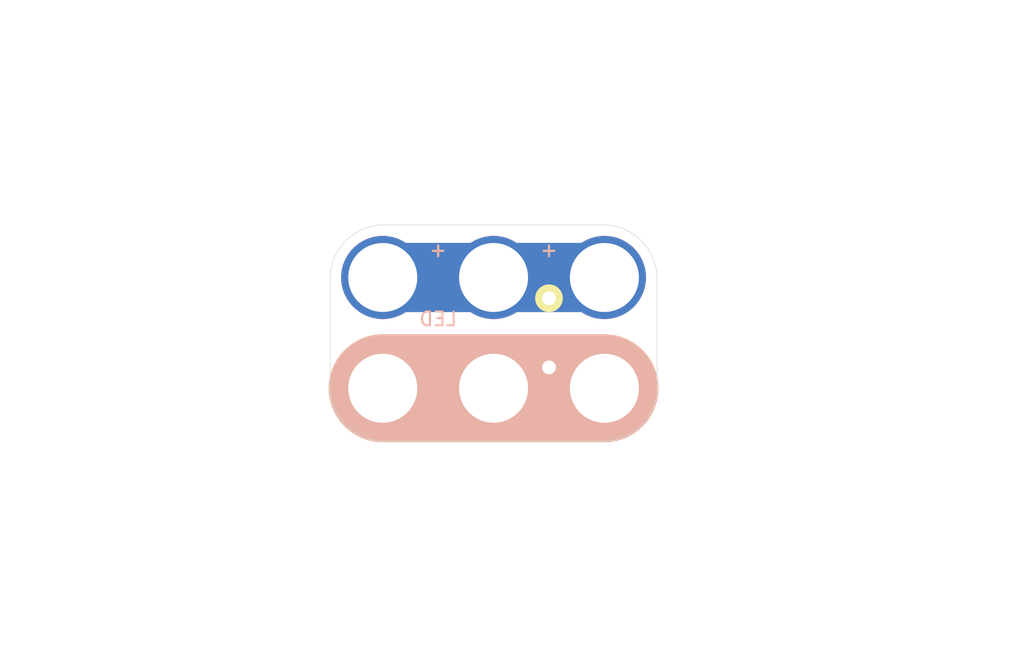
<source format=kicad_pcb>
(kicad_pcb (version 4) (host pcbnew 4.0.4+e1-6308~48~ubuntu16.04.1-stable)

  (general
    (links 0)
    (no_connects 0)
    (area 104.572999 74.854999 178.510001 123.265001)
    (thickness 1.6)
    (drawings 17)
    (tracks 0)
    (zones 0)
    (modules 1)
    (nets 1)
  )

  (page USLetter)
  (title_block
    (title "2x3 Magnet-friendly LED Module")
    (date "December 15, 2016")
    (rev 1.0)
    (company "All rights reserved.")
    (comment 1 help@browndoggadgets.com)
    (comment 2 http://browndoggadgets.com/)
    (comment 3 "Brown Dog Gadgets")
  )

  (layers
    (0 F.Cu signal)
    (31 B.Cu signal)
    (34 B.Paste user)
    (35 F.Paste user)
    (36 B.SilkS user)
    (37 F.SilkS user)
    (38 B.Mask user)
    (39 F.Mask user)
    (44 Edge.Cuts user)
    (46 B.CrtYd user)
    (47 F.CrtYd user)
    (48 B.Fab user)
    (49 F.Fab user)
  )

  (setup
    (last_trace_width 0.254)
    (user_trace_width 0.1524)
    (user_trace_width 0.254)
    (user_trace_width 0.3302)
    (user_trace_width 0.508)
    (user_trace_width 0.762)
    (user_trace_width 1.27)
    (trace_clearance 0.254)
    (zone_clearance 0.508)
    (zone_45_only no)
    (trace_min 0.1524)
    (segment_width 0.1524)
    (edge_width 0.1524)
    (via_size 0.6858)
    (via_drill 0.3302)
    (via_min_size 0.6858)
    (via_min_drill 0.3302)
    (user_via 0.6858 0.3302)
    (user_via 0.762 0.4064)
    (user_via 0.8636 0.508)
    (uvia_size 0.6858)
    (uvia_drill 0.3302)
    (uvias_allowed no)
    (uvia_min_size 0)
    (uvia_min_drill 0)
    (pcb_text_width 0.1524)
    (pcb_text_size 1.016 1.016)
    (mod_edge_width 0.1524)
    (mod_text_size 1.016 1.016)
    (mod_text_width 0.1524)
    (pad_size 1.524 1.524)
    (pad_drill 0.762)
    (pad_to_mask_clearance 0.0762)
    (solder_mask_min_width 0.1016)
    (pad_to_paste_clearance -0.0762)
    (aux_axis_origin 0 0)
    (visible_elements FFFEDF7D)
    (pcbplotparams
      (layerselection 0x310fc_80000001)
      (usegerberextensions true)
      (excludeedgelayer true)
      (linewidth 0.100000)
      (plotframeref false)
      (viasonmask false)
      (mode 1)
      (useauxorigin false)
      (hpglpennumber 1)
      (hpglpenspeed 20)
      (hpglpendiameter 15)
      (hpglpenoverlay 2)
      (psnegative false)
      (psa4output false)
      (plotreference true)
      (plotvalue true)
      (plotinvisibletext false)
      (padsonsilk false)
      (subtractmaskfromsilk false)
      (outputformat 1)
      (mirror false)
      (drillshape 0)
      (scaleselection 1)
      (outputdirectory gerbers))
  )

  (net 0 "")

  (net_class Default "This is the default net class."
    (clearance 0.254)
    (trace_width 0.254)
    (via_dia 0.6858)
    (via_drill 0.3302)
    (uvia_dia 0.6858)
    (uvia_drill 0.3302)
  )

  (module Rewire_Circuits:LED-10MMD-5MMP-TH-2x3 (layer F.Cu) (tedit 58531CB3) (tstamp 585371CE)
    (at 140.2 102.9)
    (descr "10mm LED 5mm pitch through hole center polarized")
    (fp_text reference LED (at -4 -5 180) (layer B.SilkS)
      (effects (font (size 1 1) (thickness 0.15)) (justify mirror))
    )
    (fp_text value Val** (at 4 -4) (layer F.Fab) hide
      (effects (font (size 1 1) (thickness 0.15)))
    )
    (fp_circle (center 4 -4) (end 8 1) (layer F.Fab) (width 0.04064))
    (fp_text user %R (at 0 -3.99) (layer F.Fab)
      (effects (font (size 1 1) (thickness 0.15)))
    )
    (fp_line (start 8 -8) (end -8 -8) (layer B.Mask) (width 5))
    (fp_line (start -8 0) (end 8 0) (layer F.SilkS) (width 7.8))
    (fp_text user + (at 4 -10) (layer F.SilkS)
      (effects (font (size 1 1) (thickness 0.15)))
    )
    (fp_text user + (at 4 -10) (layer B.SilkS)
      (effects (font (size 1 1) (thickness 0.15)) (justify mirror))
    )
    (fp_text user - (at 4 3) (layer F.SilkS)
      (effects (font (size 1 1) (thickness 0.15)))
    )
    (fp_line (start 8 -8) (end -8 -8) (layer B.Cu) (width 5))
    (fp_line (start 8 0) (end -8 0) (layer B.Mask) (width 5))
    (fp_line (start 8 0) (end -8 0) (layer B.Cu) (width 5))
    (fp_line (start 7.9 -11.8) (end -7.9 -11.8) (layer F.Fab) (width 0.04064))
    (fp_line (start 7.9 3.8) (end -7.9 3.8) (layer F.Fab) (width 0.04064))
    (fp_line (start 11.8 -0.1) (end 11.8 -7.9) (layer F.Fab) (width 0.04064))
    (fp_line (start -11.8 -0.1) (end -11.8 -7.9) (layer F.Fab) (width 0.04064))
    (fp_arc (start 7.9 -7.9) (end 7.9 -11.8) (angle 90) (layer F.Fab) (width 0.04064))
    (fp_arc (start 7.9 -0.1) (end 11.8 -0.1) (angle 90) (layer F.Fab) (width 0.04064))
    (fp_arc (start -7.9 -0.1) (end -7.9 3.8) (angle 90) (layer F.Fab) (width 0.04064))
    (fp_arc (start -7.9 -7.9) (end -11.8 -7.9) (angle 90) (layer F.Fab) (width 0.04064))
    (fp_line (start 7.9 -11.8) (end -7.9 -11.8) (layer Edge.Cuts) (width 0.04064))
    (fp_line (start 7.9 3.8) (end -7.9 3.8) (layer Edge.Cuts) (width 0.04064))
    (fp_line (start 11.8 -0.1) (end 11.8 -7.9) (layer Edge.Cuts) (width 0.04064))
    (fp_line (start -11.8 -0.1) (end -11.8 -7.9) (layer Edge.Cuts) (width 0.04064))
    (fp_arc (start 7.9 -7.9) (end 7.9 -11.8) (angle 90) (layer Edge.Cuts) (width 0.04064))
    (fp_arc (start 7.9 -0.1) (end 11.8 -0.1) (angle 90) (layer Edge.Cuts) (width 0.04064))
    (fp_arc (start -7.9 -0.1) (end -7.9 3.8) (angle 90) (layer Edge.Cuts) (width 0.04064))
    (fp_arc (start -7.9 -7.9) (end -11.8 -7.9) (angle 90) (layer Edge.Cuts) (width 0.04064))
    (fp_line (start -8 0) (end 8 0) (layer B.SilkS) (width 7.8))
    (fp_text user + (at -4 -10) (layer F.SilkS)
      (effects (font (size 1 1) (thickness 0.15)))
    )
    (fp_text user + (at -4 -10) (layer B.SilkS)
      (effects (font (size 1 1) (thickness 0.15)) (justify mirror))
    )
    (fp_text user + (at 4 -10) (layer F.Fab)
      (effects (font (size 1 1) (thickness 0.15)))
    )
    (fp_text user - (at 4 2) (layer F.Fab)
      (effects (font (size 1 1) (thickness 0.15)))
    )
    (pad + thru_hole circle (at 4 -6.5) (size 2 2) (drill 1.00076) (layers *.Cu *.Mask F.SilkS))
    (pad - thru_hole circle (at 4 -1.5 270) (size 1.9 1.9) (drill 1.00076) (layers *.Cu *.Mask F.SilkS))
    (pad - thru_hole circle (at -8 0) (size 6 6) (drill 4.98) (layers *.Cu *.Mask))
    (pad + thru_hole circle (at -8 -8) (size 6 6) (drill 4.98) (layers *.Cu *.Mask))
    (pad + thru_hole circle (at 8 -8) (size 6 6) (drill 4.98) (layers *.Cu *.Mask))
    (pad - thru_hole circle (at 8 0) (size 6 6) (drill 4.98) (layers *.Cu *.Mask))
    (pad + thru_hole circle (at 0 -8) (size 6 6) (drill 4.98) (layers *.Cu *.Mask))
    (pad - thru_hole circle (at 0 0) (size 6 6) (drill 4.98) (layers *.Cu *.Mask))
  )

  (gr_circle (center 117.348 76.962) (end 118.618 76.962) (layer Dwgs.User) (width 0.15))
  (gr_line (start 114.427 78.994) (end 114.427 74.93) (angle 90) (layer Dwgs.User) (width 0.15))
  (gr_line (start 120.269 78.994) (end 114.427 78.994) (angle 90) (layer Dwgs.User) (width 0.15))
  (gr_line (start 120.269 74.93) (end 120.269 78.994) (angle 90) (layer Dwgs.User) (width 0.15))
  (gr_line (start 114.427 74.93) (end 120.269 74.93) (angle 90) (layer Dwgs.User) (width 0.15))
  (gr_line (start 120.523 93.98) (end 104.648 93.98) (angle 90) (layer Dwgs.User) (width 0.15))
  (gr_line (start 173.355 102.235) (end 173.355 94.615) (angle 90) (layer Dwgs.User) (width 0.15))
  (gr_line (start 178.435 102.235) (end 173.355 102.235) (angle 90) (layer Dwgs.User) (width 0.15))
  (gr_line (start 178.435 94.615) (end 178.435 102.235) (angle 90) (layer Dwgs.User) (width 0.15))
  (gr_line (start 173.355 94.615) (end 178.435 94.615) (angle 90) (layer Dwgs.User) (width 0.15))
  (gr_line (start 109.093 123.19) (end 109.093 114.3) (angle 90) (layer Dwgs.User) (width 0.15))
  (gr_line (start 122.428 123.19) (end 109.093 123.19) (angle 90) (layer Dwgs.User) (width 0.15))
  (gr_line (start 122.428 114.3) (end 122.428 123.19) (angle 90) (layer Dwgs.User) (width 0.15))
  (gr_line (start 109.093 114.3) (end 122.428 114.3) (angle 90) (layer Dwgs.User) (width 0.15))
  (gr_line (start 104.648 93.98) (end 104.648 82.55) (angle 90) (layer Dwgs.User) (width 0.15))
  (gr_line (start 120.523 82.55) (end 120.523 93.98) (angle 90) (layer Dwgs.User) (width 0.15))
  (gr_line (start 104.648 82.55) (end 120.523 82.55) (angle 90) (layer Dwgs.User) (width 0.15))

)

</source>
